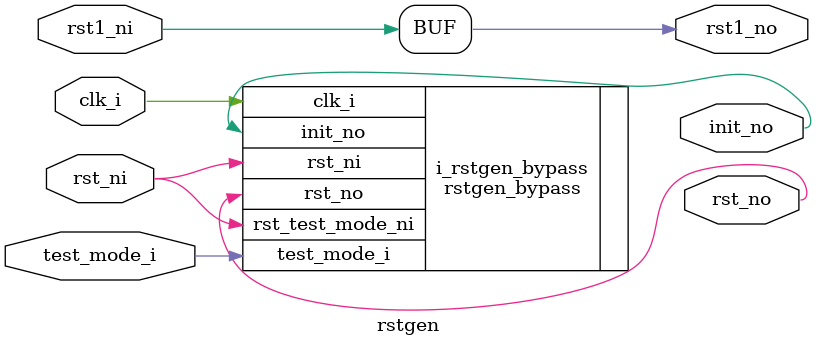
<source format=sv>


module rstgen (
    input  logic clk_i,
    input  logic rst_ni,
    input  logic rst1_ni,
    input  logic test_mode_i,
    output logic rst_no,
    output logic rst1_no,
    output logic init_no
);

    rstgen_bypass i_rstgen_bypass (
        .clk_i            ( clk_i       ),
        .rst_ni           ( rst_ni      ),
        .rst_test_mode_ni ( rst_ni      ),
        .test_mode_i      ( test_mode_i ),
        .rst_no           ( rst_no      ),
        .init_no          ( init_no     )
    );


    assign rst1_no = rst1_ni; 
endmodule

</source>
